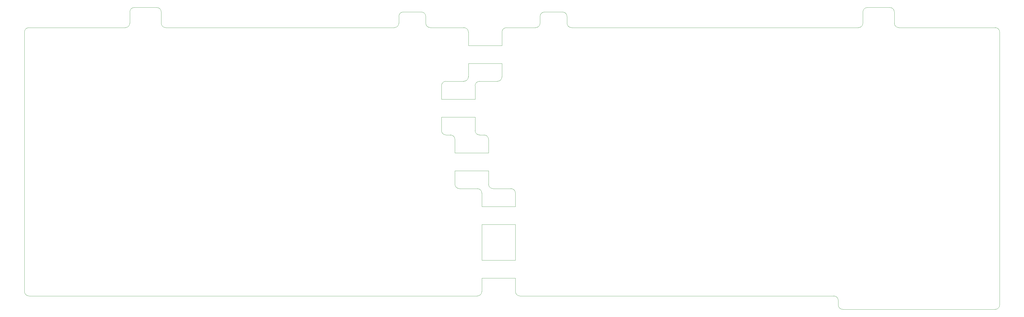
<source format=gm1>
%TF.GenerationSoftware,KiCad,Pcbnew,(5.1.4-0)*%
%TF.CreationDate,2022-08-29T09:53:46-04:00*%
%TF.ProjectId,Marvelous65 Split,4d617276-656c-46f7-9573-36352053706c,rev?*%
%TF.SameCoordinates,Original*%
%TF.FileFunction,Profile,NP*%
%FSLAX46Y46*%
G04 Gerber Fmt 4.6, Leading zero omitted, Abs format (unit mm)*
G04 Created by KiCad (PCBNEW (5.1.4-0)) date 2022-08-29 09:53:46*
%MOMM*%
%LPD*%
G04 APERTURE LIST*
%ADD10C,0.050000*%
G04 APERTURE END LIST*
D10*
X151225115Y55145405D02*
X151220700Y59898075D01*
X139318865Y55145405D02*
X151225115Y55145405D01*
X139319450Y59904905D02*
X139318865Y55145405D01*
X139318865Y36095405D02*
X139318865Y48795405D01*
X151225115Y36095405D02*
X139318865Y36095405D01*
X151225115Y48795405D02*
X151225115Y36095405D01*
X139318865Y48795405D02*
X151225115Y48795405D01*
X151225115Y29745405D02*
X151220700Y24973075D01*
X139318865Y29745405D02*
X151225115Y29745405D01*
X139319450Y24979905D02*
X139318865Y29745405D01*
X141700115Y67845405D02*
X141695700Y63073075D01*
X129793865Y67845405D02*
X141700115Y67845405D01*
X129794450Y63079905D02*
X129793865Y67845405D01*
X141700115Y74195405D02*
X141695700Y78948075D01*
X129793865Y74195405D02*
X141700115Y74195405D01*
X129794450Y78954905D02*
X129793865Y74195405D01*
X136937615Y86895405D02*
X136933200Y82123075D01*
X125031365Y86895405D02*
X136937615Y86895405D01*
X125031950Y82129905D02*
X125031365Y86895405D01*
X125031365Y93245405D02*
X125031950Y98004905D01*
X136937615Y93245405D02*
X125031365Y93245405D01*
X136933200Y97998075D02*
X136937615Y93245405D01*
X146462615Y105945405D02*
X146458200Y101173075D01*
X134556365Y105945405D02*
X146462615Y105945405D01*
X134556950Y101179905D02*
X134556365Y105945405D01*
X146462615Y112295405D02*
X146458200Y117048075D01*
X134556365Y112295405D02*
X146462615Y112295405D01*
X134556950Y117054905D02*
X134556365Y112295405D01*
X-22605550Y117054905D02*
X-22605550Y24979905D01*
X322675700Y24979905D02*
X322670700Y117048075D01*
X109950115Y120232905D02*
G75*
G02X108362615Y118645405I-1587500J0D01*
G01*
X109950115Y122617155D02*
G75*
G02X111537615Y124204655I1587500J0D01*
G01*
X109950115Y120232905D02*
X109950115Y122614155D01*
X107569450Y118642405D02*
X108362615Y118645405D01*
X322675700Y24979905D02*
X322670700Y20210575D01*
X14700115Y120229905D02*
G75*
G02X13112615Y118642405I-1587500J0D01*
G01*
X14700115Y124201655D02*
G75*
G02X16287615Y125789155I1587500J0D01*
G01*
X24225700Y125786155D02*
G75*
G02X25813200Y124198655I0J-1587500D01*
G01*
X27400700Y118642405D02*
G75*
G02X25813200Y120229905I0J1587500D01*
G01*
X117888200Y124201655D02*
G75*
G02X119475700Y122614155I0J-1587500D01*
G01*
X121063200Y118642405D02*
G75*
G02X119475700Y120229905I0J1587500D01*
G01*
X132969450Y118642405D02*
G75*
G02X134556950Y117054905I0J-1587500D01*
G01*
X134556950Y101179905D02*
G75*
G02X132969450Y99592405I-1587500J0D01*
G01*
X125031950Y98004905D02*
G75*
G02X126619450Y99592405I1587500J0D01*
G01*
X126619450Y80542405D02*
G75*
G02X125031950Y82129905I0J1587500D01*
G01*
X128206950Y80542405D02*
G75*
G02X129794450Y78954905I0J-1587500D01*
G01*
X131381950Y61492405D02*
G75*
G02X129794450Y63079905I0J1587500D01*
G01*
X137731950Y61492405D02*
G75*
G02X139319450Y59904905I0J-1587500D01*
G01*
X139319450Y24979905D02*
G75*
G02X137731950Y23392405I-1587500J0D01*
G01*
X-21018050Y23392405D02*
G75*
G02X-22605550Y24979905I0J1587500D01*
G01*
X-22605550Y117054905D02*
G75*
G02X-21018050Y118642405I1587500J0D01*
G01*
X13112615Y118642405D02*
X-21018050Y118642405D01*
X14700115Y124201655D02*
X14700115Y120232905D01*
X24225700Y125786155D02*
X16287615Y125786155D01*
X25813200Y120229905D02*
X25813200Y124198655D01*
X107569450Y118642405D02*
X27400700Y118642405D01*
X117888200Y124201655D02*
X111537615Y124204655D01*
X119475700Y120229905D02*
X119475700Y122614155D01*
X132969450Y118642405D02*
X121063200Y118642405D01*
X126619450Y99592405D02*
X132969450Y99592405D01*
X128206950Y80542405D02*
X126619450Y80542405D01*
X137731950Y61492405D02*
X131381950Y61492405D01*
X-21018050Y23392405D02*
X137731950Y23392405D01*
X286951950Y118635575D02*
X321083200Y118635575D01*
X286951950Y118635575D02*
G75*
G02X285364450Y120223075I0J1587500D01*
G01*
X283776950Y125779325D02*
G75*
G02X285364450Y124191825I0J-1587500D01*
G01*
X274251950Y124191825D02*
G75*
G02X275839450Y125779325I1587500J0D01*
G01*
X274251950Y120223075D02*
G75*
G02X272664450Y118635575I-1587500J0D01*
G01*
X152808200Y23385575D02*
G75*
G02X151220700Y24973075I0J1587500D01*
G01*
X149633200Y61485575D02*
G75*
G02X151220700Y59898075I0J-1587500D01*
G01*
X143283200Y61485575D02*
G75*
G02X141695700Y63073075I0J1587500D01*
G01*
X140108200Y80535575D02*
G75*
G02X141695700Y78948075I0J-1587500D01*
G01*
X138520700Y80535575D02*
G75*
G02X136933200Y82123075I0J1587500D01*
G01*
X136933200Y97998075D02*
G75*
G02X138520700Y99585575I1587500J0D01*
G01*
X146458200Y101173075D02*
G75*
G02X144870700Y99585575I-1587500J0D01*
G01*
X146458200Y117048075D02*
G75*
G02X148045700Y118635575I1587500J0D01*
G01*
X167889450Y124191825D02*
G75*
G02X169476950Y122604325I0J-1587500D01*
G01*
X159951950Y122604325D02*
G75*
G02X161539450Y124191825I1587500J0D01*
G01*
X159951950Y120223075D02*
G75*
G02X158364450Y118635575I-1587500J0D01*
G01*
X171064450Y118635575D02*
G75*
G02X169476950Y120223075I0J1587500D01*
G01*
X321083200Y118635575D02*
G75*
G02X322670700Y117048075I0J-1587500D01*
G01*
X322670700Y20210575D02*
G75*
G02X321083200Y18623075I-1587500J0D01*
G01*
X267108200Y18623075D02*
G75*
G02X265520700Y20210575I0J1587500D01*
G01*
X263933200Y23385575D02*
G75*
G02X265520700Y21798075I0J-1587500D01*
G01*
X171064450Y118635575D02*
X272664450Y118635575D01*
X148045700Y118635575D02*
X158364450Y118635575D01*
X159951950Y122604325D02*
X159951950Y120223075D01*
X167889450Y124191825D02*
X161539450Y124191825D01*
X169476950Y120223075D02*
X169476950Y122604325D01*
X285364450Y124191825D02*
X285364450Y120223075D01*
X275839450Y125779325D02*
X283776950Y125779325D01*
X274251950Y120223075D02*
X274251950Y124191825D01*
X138520700Y99585575D02*
X144870700Y99585575D01*
X140108200Y80535575D02*
X138520700Y80535575D01*
X149633200Y61485575D02*
X143283200Y61485575D01*
X263933200Y23385575D02*
X152808200Y23385575D01*
X265520700Y20210575D02*
X265520700Y21798075D01*
X321083200Y18623075D02*
X267108200Y18623075D01*
M02*

</source>
